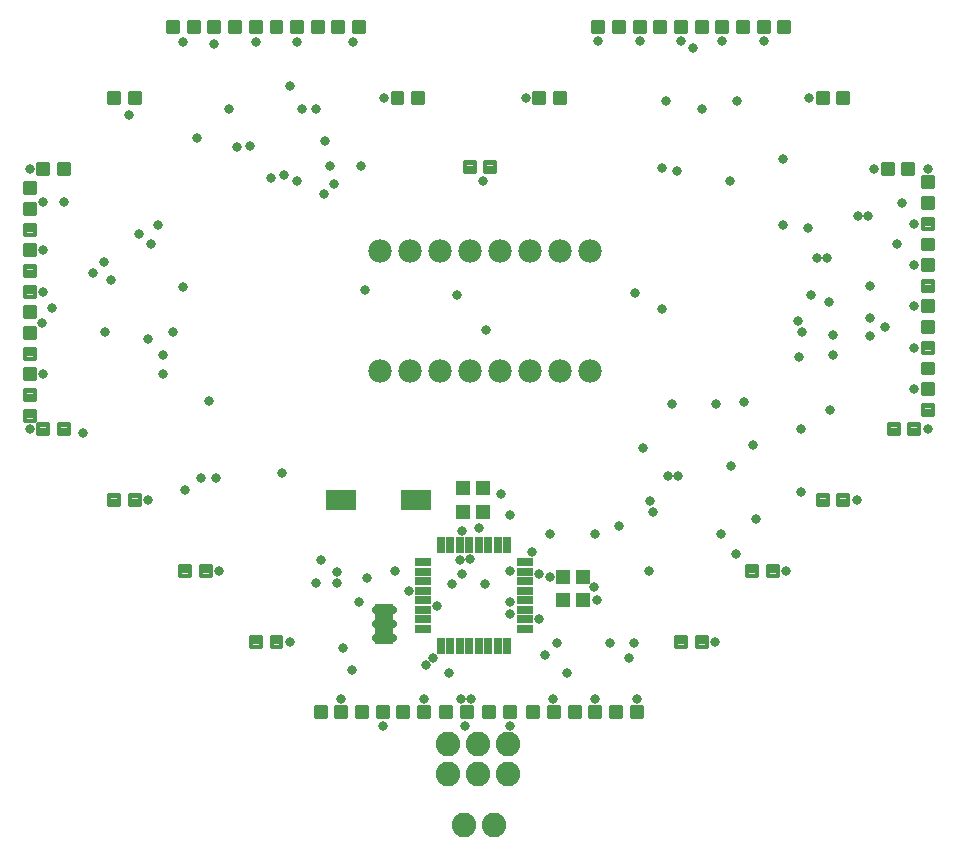
<source format=gts>
G75*
%MOIN*%
%OFA0B0*%
%FSLAX25Y25*%
%IPPOS*%
%LPD*%
%AMOC8*
5,1,8,0,0,1.08239X$1,22.5*
%
%ADD10C,0.01421*%
%ADD11C,0.02572*%
%ADD12R,0.06040X0.13760*%
%ADD13R,0.05131X0.04737*%
%ADD14R,0.05800X0.03000*%
%ADD15R,0.03000X0.05800*%
%ADD16C,0.08200*%
%ADD17R,0.09855X0.07099*%
%ADD18C,0.07800*%
%ADD19C,0.03200*%
D10*
X0084445Y0074147D02*
X0084445Y0077463D01*
X0084445Y0074147D02*
X0081129Y0074147D01*
X0081129Y0077463D01*
X0084445Y0077463D01*
X0084445Y0075567D02*
X0081129Y0075567D01*
X0081129Y0076987D02*
X0084445Y0076987D01*
X0091351Y0077463D02*
X0091351Y0074147D01*
X0088035Y0074147D01*
X0088035Y0077463D01*
X0091351Y0077463D01*
X0091351Y0075567D02*
X0088035Y0075567D01*
X0088035Y0076987D02*
X0091351Y0076987D01*
X0106099Y0053841D02*
X0106099Y0050525D01*
X0102783Y0050525D01*
X0102783Y0053841D01*
X0106099Y0053841D01*
X0106099Y0051945D02*
X0102783Y0051945D01*
X0102783Y0053365D02*
X0106099Y0053365D01*
X0113004Y0053841D02*
X0113004Y0050525D01*
X0109688Y0050525D01*
X0109688Y0053841D01*
X0113004Y0053841D01*
X0113004Y0051945D02*
X0109688Y0051945D01*
X0109688Y0053365D02*
X0113004Y0053365D01*
X0119878Y0053841D02*
X0119878Y0050525D01*
X0116562Y0050525D01*
X0116562Y0053841D01*
X0119878Y0053841D01*
X0119878Y0051945D02*
X0116562Y0051945D01*
X0116562Y0053365D02*
X0119878Y0053365D01*
X0126784Y0053841D02*
X0126784Y0050525D01*
X0123468Y0050525D01*
X0123468Y0053841D01*
X0126784Y0053841D01*
X0126784Y0051945D02*
X0123468Y0051945D01*
X0123468Y0053365D02*
X0126784Y0053365D01*
X0133658Y0053841D02*
X0133658Y0050525D01*
X0130342Y0050525D01*
X0130342Y0053841D01*
X0133658Y0053841D01*
X0133658Y0051945D02*
X0130342Y0051945D01*
X0130342Y0053365D02*
X0133658Y0053365D01*
X0140564Y0053841D02*
X0140564Y0050525D01*
X0137248Y0050525D01*
X0137248Y0053841D01*
X0140564Y0053841D01*
X0140564Y0051945D02*
X0137248Y0051945D01*
X0137248Y0053365D02*
X0140564Y0053365D01*
X0147792Y0053841D02*
X0147792Y0050525D01*
X0144476Y0050525D01*
X0144476Y0053841D01*
X0147792Y0053841D01*
X0147792Y0051945D02*
X0144476Y0051945D01*
X0144476Y0053365D02*
X0147792Y0053365D01*
X0154697Y0053841D02*
X0154697Y0050525D01*
X0151381Y0050525D01*
X0151381Y0053841D01*
X0154697Y0053841D01*
X0154697Y0051945D02*
X0151381Y0051945D01*
X0151381Y0053365D02*
X0154697Y0053365D01*
X0162162Y0053841D02*
X0162162Y0050525D01*
X0158846Y0050525D01*
X0158846Y0053841D01*
X0162162Y0053841D01*
X0162162Y0051945D02*
X0158846Y0051945D01*
X0158846Y0053365D02*
X0162162Y0053365D01*
X0169067Y0053841D02*
X0169067Y0050525D01*
X0165751Y0050525D01*
X0165751Y0053841D01*
X0169067Y0053841D01*
X0169067Y0051945D02*
X0165751Y0051945D01*
X0165751Y0053365D02*
X0169067Y0053365D01*
X0176965Y0053841D02*
X0176965Y0050525D01*
X0173649Y0050525D01*
X0173649Y0053841D01*
X0176965Y0053841D01*
X0176965Y0051945D02*
X0173649Y0051945D01*
X0173649Y0053365D02*
X0176965Y0053365D01*
X0183871Y0053841D02*
X0183871Y0050525D01*
X0180555Y0050525D01*
X0180555Y0053841D01*
X0183871Y0053841D01*
X0183871Y0051945D02*
X0180555Y0051945D01*
X0180555Y0053365D02*
X0183871Y0053365D01*
X0190745Y0053841D02*
X0190745Y0050525D01*
X0187429Y0050525D01*
X0187429Y0053841D01*
X0190745Y0053841D01*
X0190745Y0051945D02*
X0187429Y0051945D01*
X0187429Y0053365D02*
X0190745Y0053365D01*
X0197650Y0053841D02*
X0197650Y0050525D01*
X0194334Y0050525D01*
X0194334Y0053841D01*
X0197650Y0053841D01*
X0197650Y0051945D02*
X0194334Y0051945D01*
X0194334Y0053365D02*
X0197650Y0053365D01*
X0204524Y0053841D02*
X0204524Y0050525D01*
X0201208Y0050525D01*
X0201208Y0053841D01*
X0204524Y0053841D01*
X0204524Y0051945D02*
X0201208Y0051945D01*
X0201208Y0053365D02*
X0204524Y0053365D01*
X0211430Y0053841D02*
X0211430Y0050525D01*
X0208114Y0050525D01*
X0208114Y0053841D01*
X0211430Y0053841D01*
X0211430Y0051945D02*
X0208114Y0051945D01*
X0208114Y0053365D02*
X0211430Y0053365D01*
X0226178Y0074147D02*
X0226178Y0077463D01*
X0226178Y0074147D02*
X0222862Y0074147D01*
X0222862Y0077463D01*
X0226178Y0077463D01*
X0226178Y0075567D02*
X0222862Y0075567D01*
X0222862Y0076987D02*
X0226178Y0076987D01*
X0233083Y0077463D02*
X0233083Y0074147D01*
X0229767Y0074147D01*
X0229767Y0077463D01*
X0233083Y0077463D01*
X0233083Y0075567D02*
X0229767Y0075567D01*
X0229767Y0076987D02*
X0233083Y0076987D01*
X0249800Y0097769D02*
X0249800Y0101085D01*
X0249800Y0097769D02*
X0246484Y0097769D01*
X0246484Y0101085D01*
X0249800Y0101085D01*
X0249800Y0099189D02*
X0246484Y0099189D01*
X0246484Y0100609D02*
X0249800Y0100609D01*
X0256705Y0101085D02*
X0256705Y0097769D01*
X0253389Y0097769D01*
X0253389Y0101085D01*
X0256705Y0101085D01*
X0256705Y0099189D02*
X0253389Y0099189D01*
X0253389Y0100609D02*
X0256705Y0100609D01*
X0273422Y0121391D02*
X0273422Y0124707D01*
X0273422Y0121391D02*
X0270106Y0121391D01*
X0270106Y0124707D01*
X0273422Y0124707D01*
X0273422Y0122811D02*
X0270106Y0122811D01*
X0270106Y0124231D02*
X0273422Y0124231D01*
X0280327Y0124707D02*
X0280327Y0121391D01*
X0277011Y0121391D01*
X0277011Y0124707D01*
X0280327Y0124707D01*
X0280327Y0122811D02*
X0277011Y0122811D01*
X0277011Y0124231D02*
X0280327Y0124231D01*
X0297044Y0145013D02*
X0297044Y0148329D01*
X0297044Y0145013D02*
X0293728Y0145013D01*
X0293728Y0148329D01*
X0297044Y0148329D01*
X0297044Y0146433D02*
X0293728Y0146433D01*
X0293728Y0147853D02*
X0297044Y0147853D01*
X0303949Y0148329D02*
X0303949Y0145013D01*
X0300633Y0145013D01*
X0300633Y0148329D01*
X0303949Y0148329D01*
X0303949Y0146433D02*
X0300633Y0146433D01*
X0300633Y0147853D02*
X0303949Y0147853D01*
X0305055Y0154719D02*
X0308371Y0154719D01*
X0308371Y0151403D01*
X0305055Y0151403D01*
X0305055Y0154719D01*
X0305055Y0152823D02*
X0308371Y0152823D01*
X0308371Y0154243D02*
X0305055Y0154243D01*
X0305055Y0161625D02*
X0308371Y0161625D01*
X0308371Y0158309D01*
X0305055Y0158309D01*
X0305055Y0161625D01*
X0305055Y0159729D02*
X0308371Y0159729D01*
X0308371Y0161149D02*
X0305055Y0161149D01*
X0305055Y0168499D02*
X0308371Y0168499D01*
X0308371Y0165183D01*
X0305055Y0165183D01*
X0305055Y0168499D01*
X0305055Y0166603D02*
X0308371Y0166603D01*
X0308371Y0168023D02*
X0305055Y0168023D01*
X0305055Y0175404D02*
X0308371Y0175404D01*
X0308371Y0172088D01*
X0305055Y0172088D01*
X0305055Y0175404D01*
X0305055Y0173508D02*
X0308371Y0173508D01*
X0308371Y0174928D02*
X0305055Y0174928D01*
X0305055Y0182278D02*
X0308371Y0182278D01*
X0308371Y0178962D01*
X0305055Y0178962D01*
X0305055Y0182278D01*
X0305055Y0180382D02*
X0308371Y0180382D01*
X0308371Y0181802D02*
X0305055Y0181802D01*
X0305055Y0189184D02*
X0308371Y0189184D01*
X0308371Y0185868D01*
X0305055Y0185868D01*
X0305055Y0189184D01*
X0305055Y0187288D02*
X0308371Y0187288D01*
X0308371Y0188708D02*
X0305055Y0188708D01*
X0305055Y0196058D02*
X0308371Y0196058D01*
X0308371Y0192742D01*
X0305055Y0192742D01*
X0305055Y0196058D01*
X0305055Y0194162D02*
X0308371Y0194162D01*
X0308371Y0195582D02*
X0305055Y0195582D01*
X0305055Y0202963D02*
X0308371Y0202963D01*
X0308371Y0199647D01*
X0305055Y0199647D01*
X0305055Y0202963D01*
X0305055Y0201067D02*
X0308371Y0201067D01*
X0308371Y0202487D02*
X0305055Y0202487D01*
X0305055Y0209837D02*
X0308371Y0209837D01*
X0308371Y0206521D01*
X0305055Y0206521D01*
X0305055Y0209837D01*
X0305055Y0207941D02*
X0308371Y0207941D01*
X0308371Y0209361D02*
X0305055Y0209361D01*
X0305055Y0216743D02*
X0308371Y0216743D01*
X0308371Y0213427D01*
X0305055Y0213427D01*
X0305055Y0216743D01*
X0305055Y0214847D02*
X0308371Y0214847D01*
X0308371Y0216267D02*
X0305055Y0216267D01*
X0305055Y0223617D02*
X0308371Y0223617D01*
X0308371Y0220301D01*
X0305055Y0220301D01*
X0305055Y0223617D01*
X0305055Y0221721D02*
X0308371Y0221721D01*
X0308371Y0223141D02*
X0305055Y0223141D01*
X0305055Y0230522D02*
X0308371Y0230522D01*
X0308371Y0227206D01*
X0305055Y0227206D01*
X0305055Y0230522D01*
X0305055Y0228626D02*
X0308371Y0228626D01*
X0308371Y0230046D02*
X0305055Y0230046D01*
X0298665Y0231627D02*
X0298665Y0234943D01*
X0301981Y0234943D01*
X0301981Y0231627D01*
X0298665Y0231627D01*
X0298665Y0233047D02*
X0301981Y0233047D01*
X0301981Y0234467D02*
X0298665Y0234467D01*
X0291759Y0234943D02*
X0291759Y0231627D01*
X0291759Y0234943D02*
X0295075Y0234943D01*
X0295075Y0231627D01*
X0291759Y0231627D01*
X0291759Y0233047D02*
X0295075Y0233047D01*
X0295075Y0234467D02*
X0291759Y0234467D01*
X0277011Y0255249D02*
X0277011Y0258565D01*
X0280327Y0258565D01*
X0280327Y0255249D01*
X0277011Y0255249D01*
X0277011Y0256669D02*
X0280327Y0256669D01*
X0280327Y0258089D02*
X0277011Y0258089D01*
X0270106Y0258565D02*
X0270106Y0255249D01*
X0270106Y0258565D02*
X0273422Y0258565D01*
X0273422Y0255249D01*
X0270106Y0255249D01*
X0270106Y0256669D02*
X0273422Y0256669D01*
X0273422Y0258089D02*
X0270106Y0258089D01*
X0257326Y0278872D02*
X0257326Y0282188D01*
X0260642Y0282188D01*
X0260642Y0278872D01*
X0257326Y0278872D01*
X0257326Y0280292D02*
X0260642Y0280292D01*
X0260642Y0281712D02*
X0257326Y0281712D01*
X0250421Y0282188D02*
X0250421Y0278872D01*
X0250421Y0282188D02*
X0253737Y0282188D01*
X0253737Y0278872D01*
X0250421Y0278872D01*
X0250421Y0280292D02*
X0253737Y0280292D01*
X0253737Y0281712D02*
X0250421Y0281712D01*
X0243547Y0282188D02*
X0243547Y0278872D01*
X0243547Y0282188D02*
X0246863Y0282188D01*
X0246863Y0278872D01*
X0243547Y0278872D01*
X0243547Y0280292D02*
X0246863Y0280292D01*
X0246863Y0281712D02*
X0243547Y0281712D01*
X0236641Y0282188D02*
X0236641Y0278872D01*
X0236641Y0282188D02*
X0239957Y0282188D01*
X0239957Y0278872D01*
X0236641Y0278872D01*
X0236641Y0280292D02*
X0239957Y0280292D01*
X0239957Y0281712D02*
X0236641Y0281712D01*
X0229767Y0282188D02*
X0229767Y0278872D01*
X0229767Y0282188D02*
X0233083Y0282188D01*
X0233083Y0278872D01*
X0229767Y0278872D01*
X0229767Y0280292D02*
X0233083Y0280292D01*
X0233083Y0281712D02*
X0229767Y0281712D01*
X0222862Y0282188D02*
X0222862Y0278872D01*
X0222862Y0282188D02*
X0226178Y0282188D01*
X0226178Y0278872D01*
X0222862Y0278872D01*
X0222862Y0280292D02*
X0226178Y0280292D01*
X0226178Y0281712D02*
X0222862Y0281712D01*
X0215988Y0282188D02*
X0215988Y0278872D01*
X0215988Y0282188D02*
X0219304Y0282188D01*
X0219304Y0278872D01*
X0215988Y0278872D01*
X0215988Y0280292D02*
X0219304Y0280292D01*
X0219304Y0281712D02*
X0215988Y0281712D01*
X0209082Y0282188D02*
X0209082Y0278872D01*
X0209082Y0282188D02*
X0212398Y0282188D01*
X0212398Y0278872D01*
X0209082Y0278872D01*
X0209082Y0280292D02*
X0212398Y0280292D01*
X0212398Y0281712D02*
X0209082Y0281712D01*
X0202208Y0282188D02*
X0202208Y0278872D01*
X0202208Y0282188D02*
X0205524Y0282188D01*
X0205524Y0278872D01*
X0202208Y0278872D01*
X0202208Y0280292D02*
X0205524Y0280292D01*
X0205524Y0281712D02*
X0202208Y0281712D01*
X0195303Y0282188D02*
X0195303Y0278872D01*
X0195303Y0282188D02*
X0198619Y0282188D01*
X0198619Y0278872D01*
X0195303Y0278872D01*
X0195303Y0280292D02*
X0198619Y0280292D01*
X0198619Y0281712D02*
X0195303Y0281712D01*
X0182523Y0258565D02*
X0182523Y0255249D01*
X0182523Y0258565D02*
X0185839Y0258565D01*
X0185839Y0255249D01*
X0182523Y0255249D01*
X0182523Y0256669D02*
X0185839Y0256669D01*
X0185839Y0258089D02*
X0182523Y0258089D01*
X0175618Y0258565D02*
X0175618Y0255249D01*
X0175618Y0258565D02*
X0178934Y0258565D01*
X0178934Y0255249D01*
X0175618Y0255249D01*
X0175618Y0256669D02*
X0178934Y0256669D01*
X0178934Y0258089D02*
X0175618Y0258089D01*
X0159295Y0235731D02*
X0159295Y0232415D01*
X0159295Y0235731D02*
X0162611Y0235731D01*
X0162611Y0232415D01*
X0159295Y0232415D01*
X0159295Y0233835D02*
X0162611Y0233835D01*
X0162611Y0235255D02*
X0159295Y0235255D01*
X0152389Y0235731D02*
X0152389Y0232415D01*
X0152389Y0235731D02*
X0155705Y0235731D01*
X0155705Y0232415D01*
X0152389Y0232415D01*
X0152389Y0233835D02*
X0155705Y0233835D01*
X0155705Y0235255D02*
X0152389Y0235255D01*
X0135279Y0255249D02*
X0135279Y0258565D01*
X0138595Y0258565D01*
X0138595Y0255249D01*
X0135279Y0255249D01*
X0135279Y0256669D02*
X0138595Y0256669D01*
X0138595Y0258089D02*
X0135279Y0258089D01*
X0128373Y0258565D02*
X0128373Y0255249D01*
X0128373Y0258565D02*
X0131689Y0258565D01*
X0131689Y0255249D01*
X0128373Y0255249D01*
X0128373Y0256669D02*
X0131689Y0256669D01*
X0131689Y0258089D02*
X0128373Y0258089D01*
X0115594Y0278872D02*
X0115594Y0282188D01*
X0118910Y0282188D01*
X0118910Y0278872D01*
X0115594Y0278872D01*
X0115594Y0280292D02*
X0118910Y0280292D01*
X0118910Y0281712D02*
X0115594Y0281712D01*
X0108688Y0282188D02*
X0108688Y0278872D01*
X0108688Y0282188D02*
X0112004Y0282188D01*
X0112004Y0278872D01*
X0108688Y0278872D01*
X0108688Y0280292D02*
X0112004Y0280292D01*
X0112004Y0281712D02*
X0108688Y0281712D01*
X0101814Y0282188D02*
X0101814Y0278872D01*
X0101814Y0282188D02*
X0105130Y0282188D01*
X0105130Y0278872D01*
X0101814Y0278872D01*
X0101814Y0280292D02*
X0105130Y0280292D01*
X0105130Y0281712D02*
X0101814Y0281712D01*
X0094909Y0282188D02*
X0094909Y0278872D01*
X0094909Y0282188D02*
X0098225Y0282188D01*
X0098225Y0278872D01*
X0094909Y0278872D01*
X0094909Y0280292D02*
X0098225Y0280292D01*
X0098225Y0281712D02*
X0094909Y0281712D01*
X0088035Y0282188D02*
X0088035Y0278872D01*
X0088035Y0282188D02*
X0091351Y0282188D01*
X0091351Y0278872D01*
X0088035Y0278872D01*
X0088035Y0280292D02*
X0091351Y0280292D01*
X0091351Y0281712D02*
X0088035Y0281712D01*
X0081129Y0282188D02*
X0081129Y0278872D01*
X0081129Y0282188D02*
X0084445Y0282188D01*
X0084445Y0278872D01*
X0081129Y0278872D01*
X0081129Y0280292D02*
X0084445Y0280292D01*
X0084445Y0281712D02*
X0081129Y0281712D01*
X0074255Y0282188D02*
X0074255Y0278872D01*
X0074255Y0282188D02*
X0077571Y0282188D01*
X0077571Y0278872D01*
X0074255Y0278872D01*
X0074255Y0280292D02*
X0077571Y0280292D01*
X0077571Y0281712D02*
X0074255Y0281712D01*
X0067350Y0282188D02*
X0067350Y0278872D01*
X0067350Y0282188D02*
X0070666Y0282188D01*
X0070666Y0278872D01*
X0067350Y0278872D01*
X0067350Y0280292D02*
X0070666Y0280292D01*
X0070666Y0281712D02*
X0067350Y0281712D01*
X0060476Y0282188D02*
X0060476Y0278872D01*
X0060476Y0282188D02*
X0063792Y0282188D01*
X0063792Y0278872D01*
X0060476Y0278872D01*
X0060476Y0280292D02*
X0063792Y0280292D01*
X0063792Y0281712D02*
X0060476Y0281712D01*
X0053570Y0282188D02*
X0053570Y0278872D01*
X0053570Y0282188D02*
X0056886Y0282188D01*
X0056886Y0278872D01*
X0053570Y0278872D01*
X0053570Y0280292D02*
X0056886Y0280292D01*
X0056886Y0281712D02*
X0053570Y0281712D01*
X0040791Y0258565D02*
X0040791Y0255249D01*
X0040791Y0258565D02*
X0044107Y0258565D01*
X0044107Y0255249D01*
X0040791Y0255249D01*
X0040791Y0256669D02*
X0044107Y0256669D01*
X0044107Y0258089D02*
X0040791Y0258089D01*
X0033885Y0258565D02*
X0033885Y0255249D01*
X0033885Y0258565D02*
X0037201Y0258565D01*
X0037201Y0255249D01*
X0033885Y0255249D01*
X0033885Y0256669D02*
X0037201Y0256669D01*
X0037201Y0258089D02*
X0033885Y0258089D01*
X0017169Y0234943D02*
X0017169Y0231627D01*
X0017169Y0234943D02*
X0020485Y0234943D01*
X0020485Y0231627D01*
X0017169Y0231627D01*
X0017169Y0233047D02*
X0020485Y0233047D01*
X0020485Y0234467D02*
X0017169Y0234467D01*
X0010263Y0234943D02*
X0010263Y0231627D01*
X0010263Y0234943D02*
X0013579Y0234943D01*
X0013579Y0231627D01*
X0010263Y0231627D01*
X0010263Y0233047D02*
X0013579Y0233047D01*
X0013579Y0234467D02*
X0010263Y0234467D01*
X0009158Y0225238D02*
X0005842Y0225238D01*
X0005842Y0228554D01*
X0009158Y0228554D01*
X0009158Y0225238D01*
X0009158Y0226658D02*
X0005842Y0226658D01*
X0005842Y0228078D02*
X0009158Y0228078D01*
X0009158Y0218332D02*
X0005842Y0218332D01*
X0005842Y0221648D01*
X0009158Y0221648D01*
X0009158Y0218332D01*
X0009158Y0219752D02*
X0005842Y0219752D01*
X0005842Y0221172D02*
X0009158Y0221172D01*
X0009158Y0211458D02*
X0005842Y0211458D01*
X0005842Y0214774D01*
X0009158Y0214774D01*
X0009158Y0211458D01*
X0009158Y0212878D02*
X0005842Y0212878D01*
X0005842Y0214298D02*
X0009158Y0214298D01*
X0009158Y0204553D02*
X0005842Y0204553D01*
X0005842Y0207869D01*
X0009158Y0207869D01*
X0009158Y0204553D01*
X0009158Y0205973D02*
X0005842Y0205973D01*
X0005842Y0207393D02*
X0009158Y0207393D01*
X0009158Y0197679D02*
X0005842Y0197679D01*
X0005842Y0200995D01*
X0009158Y0200995D01*
X0009158Y0197679D01*
X0009158Y0199099D02*
X0005842Y0199099D01*
X0005842Y0200519D02*
X0009158Y0200519D01*
X0009158Y0190773D02*
X0005842Y0190773D01*
X0005842Y0194089D01*
X0009158Y0194089D01*
X0009158Y0190773D01*
X0009158Y0192193D02*
X0005842Y0192193D01*
X0005842Y0193613D02*
X0009158Y0193613D01*
X0009158Y0183899D02*
X0005842Y0183899D01*
X0005842Y0187215D01*
X0009158Y0187215D01*
X0009158Y0183899D01*
X0009158Y0185319D02*
X0005842Y0185319D01*
X0005842Y0186739D02*
X0009158Y0186739D01*
X0009158Y0176994D02*
X0005842Y0176994D01*
X0005842Y0180310D01*
X0009158Y0180310D01*
X0009158Y0176994D01*
X0009158Y0178414D02*
X0005842Y0178414D01*
X0005842Y0179834D02*
X0009158Y0179834D01*
X0009158Y0170120D02*
X0005842Y0170120D01*
X0005842Y0173436D01*
X0009158Y0173436D01*
X0009158Y0170120D01*
X0009158Y0171540D02*
X0005842Y0171540D01*
X0005842Y0172960D02*
X0009158Y0172960D01*
X0009158Y0163214D02*
X0005842Y0163214D01*
X0005842Y0166530D01*
X0009158Y0166530D01*
X0009158Y0163214D01*
X0009158Y0164634D02*
X0005842Y0164634D01*
X0005842Y0166054D02*
X0009158Y0166054D01*
X0009158Y0156340D02*
X0005842Y0156340D01*
X0005842Y0159656D01*
X0009158Y0159656D01*
X0009158Y0156340D01*
X0009158Y0157760D02*
X0005842Y0157760D01*
X0005842Y0159180D02*
X0009158Y0159180D01*
X0009158Y0149435D02*
X0005842Y0149435D01*
X0005842Y0152751D01*
X0009158Y0152751D01*
X0009158Y0149435D01*
X0009158Y0150855D02*
X0005842Y0150855D01*
X0005842Y0152275D02*
X0009158Y0152275D01*
X0013579Y0148329D02*
X0013579Y0145013D01*
X0010263Y0145013D01*
X0010263Y0148329D01*
X0013579Y0148329D01*
X0013579Y0146433D02*
X0010263Y0146433D01*
X0010263Y0147853D02*
X0013579Y0147853D01*
X0020485Y0148329D02*
X0020485Y0145013D01*
X0017169Y0145013D01*
X0017169Y0148329D01*
X0020485Y0148329D01*
X0020485Y0146433D02*
X0017169Y0146433D01*
X0017169Y0147853D02*
X0020485Y0147853D01*
X0037201Y0124707D02*
X0037201Y0121391D01*
X0033885Y0121391D01*
X0033885Y0124707D01*
X0037201Y0124707D01*
X0037201Y0122811D02*
X0033885Y0122811D01*
X0033885Y0124231D02*
X0037201Y0124231D01*
X0044107Y0124707D02*
X0044107Y0121391D01*
X0040791Y0121391D01*
X0040791Y0124707D01*
X0044107Y0124707D01*
X0044107Y0122811D02*
X0040791Y0122811D01*
X0040791Y0124231D02*
X0044107Y0124231D01*
X0060823Y0101085D02*
X0060823Y0097769D01*
X0057507Y0097769D01*
X0057507Y0101085D01*
X0060823Y0101085D01*
X0060823Y0099189D02*
X0057507Y0099189D01*
X0057507Y0100609D02*
X0060823Y0100609D01*
X0067729Y0101085D02*
X0067729Y0097769D01*
X0064413Y0097769D01*
X0064413Y0101085D01*
X0067729Y0101085D01*
X0067729Y0099189D02*
X0064413Y0099189D01*
X0064413Y0100609D02*
X0067729Y0100609D01*
D11*
X0122746Y0086435D02*
X0128474Y0086435D01*
X0128474Y0081711D02*
X0122746Y0081711D01*
X0122746Y0076986D02*
X0128474Y0076986D01*
D12*
X0125600Y0081721D03*
D13*
X0151791Y0119112D03*
X0158484Y0119112D03*
X0158484Y0126986D03*
X0151791Y0126986D03*
X0185256Y0097459D03*
X0185256Y0089585D03*
X0191949Y0089585D03*
X0191949Y0097459D03*
D14*
X0172431Y0099033D03*
X0172431Y0095884D03*
X0172431Y0092734D03*
X0172431Y0089585D03*
X0172431Y0086435D03*
X0172431Y0083285D03*
X0172431Y0080136D03*
X0172431Y0102183D03*
X0138631Y0102183D03*
X0138631Y0099033D03*
X0138631Y0095884D03*
X0138631Y0092734D03*
X0138631Y0089585D03*
X0138631Y0086435D03*
X0138631Y0083285D03*
X0138631Y0080136D03*
D15*
X0144508Y0074259D03*
X0147657Y0074259D03*
X0150807Y0074259D03*
X0153957Y0074259D03*
X0157106Y0074259D03*
X0160256Y0074259D03*
X0163406Y0074259D03*
X0166555Y0074259D03*
X0166555Y0108059D03*
X0163406Y0108059D03*
X0160256Y0108059D03*
X0157106Y0108059D03*
X0153957Y0108059D03*
X0150807Y0108059D03*
X0147657Y0108059D03*
X0144508Y0108059D03*
D16*
X0146949Y0041553D03*
X0156949Y0041553D03*
X0166949Y0041553D03*
X0166949Y0031553D03*
X0156949Y0031553D03*
X0146949Y0031553D03*
X0152264Y0014585D03*
X0162264Y0014585D03*
D17*
X0136043Y0123049D03*
X0111240Y0123049D03*
D18*
X0124075Y0166041D03*
X0134075Y0166041D03*
X0144075Y0166041D03*
X0154075Y0166041D03*
X0164075Y0166041D03*
X0174075Y0166041D03*
X0184075Y0166041D03*
X0194075Y0166041D03*
X0194075Y0206041D03*
X0184075Y0206041D03*
X0174075Y0206041D03*
X0164075Y0206041D03*
X0154075Y0206041D03*
X0144075Y0206041D03*
X0134075Y0206041D03*
X0124075Y0206041D03*
D19*
X0119213Y0192931D03*
X0149724Y0191455D03*
X0159567Y0179644D03*
X0209272Y0191947D03*
X0218130Y0186533D03*
X0221575Y0155037D03*
X0236339Y0155037D03*
X0245689Y0155530D03*
X0248642Y0141258D03*
X0241260Y0134368D03*
X0223543Y0130923D03*
X0220098Y0130923D03*
X0214193Y0122557D03*
X0215177Y0119112D03*
X0203858Y0114191D03*
X0195984Y0111730D03*
X0180728Y0111730D03*
X0174823Y0105825D03*
X0177283Y0098443D03*
X0180728Y0097459D03*
X0167441Y0099427D03*
X0159075Y0094998D03*
X0151693Y0098443D03*
X0150709Y0102872D03*
X0154154Y0103364D03*
X0148248Y0094998D03*
X0143327Y0087616D03*
X0133976Y0092537D03*
X0129055Y0099427D03*
X0119705Y0096967D03*
X0117244Y0089093D03*
X0109862Y0095490D03*
X0109862Y0098935D03*
X0104449Y0102872D03*
X0102972Y0095490D03*
X0094114Y0075805D03*
X0111831Y0073837D03*
X0114783Y0066455D03*
X0111339Y0056612D03*
X0125118Y0047754D03*
X0138898Y0056612D03*
X0147264Y0065470D03*
X0141850Y0070392D03*
X0139390Y0067931D03*
X0151201Y0056612D03*
X0154646Y0056612D03*
X0152677Y0047754D03*
X0167441Y0047754D03*
X0181713Y0056612D03*
X0186634Y0065470D03*
X0179252Y0071376D03*
X0183189Y0075313D03*
X0177283Y0083187D03*
X0167441Y0085156D03*
X0167441Y0089093D03*
X0157106Y0113699D03*
X0151693Y0112715D03*
X0164488Y0125018D03*
X0167441Y0118128D03*
X0195492Y0094014D03*
X0196476Y0089585D03*
X0200906Y0075313D03*
X0207303Y0070392D03*
X0208780Y0075313D03*
X0209764Y0056612D03*
X0195984Y0056612D03*
X0235846Y0075805D03*
X0213701Y0099427D03*
X0237815Y0111730D03*
X0242736Y0104841D03*
X0249626Y0116652D03*
X0264390Y0125510D03*
X0283091Y0123049D03*
X0264390Y0146671D03*
X0274232Y0153069D03*
X0275217Y0171278D03*
X0275217Y0178167D03*
X0264882Y0179152D03*
X0263406Y0182596D03*
X0267835Y0191455D03*
X0273740Y0188994D03*
X0287520Y0183581D03*
X0292441Y0180628D03*
X0287520Y0177675D03*
X0302283Y0173738D03*
X0302283Y0159959D03*
X0306713Y0146671D03*
X0263898Y0170785D03*
X0287520Y0194407D03*
X0302283Y0187518D03*
X0302283Y0201297D03*
X0296378Y0208187D03*
X0302283Y0215077D03*
X0298346Y0221967D03*
X0287028Y0217537D03*
X0283583Y0217537D03*
X0288996Y0233285D03*
X0306713Y0233285D03*
X0273248Y0203758D03*
X0269803Y0203758D03*
X0266850Y0213600D03*
X0258484Y0214585D03*
X0240768Y0229348D03*
X0223051Y0232793D03*
X0218130Y0233778D03*
X0231417Y0253463D03*
X0219606Y0255923D03*
X0228465Y0273640D03*
X0224528Y0276100D03*
X0238307Y0276100D03*
X0252087Y0276100D03*
X0267343Y0256907D03*
X0258484Y0236730D03*
X0243228Y0255923D03*
X0210748Y0276100D03*
X0196969Y0276100D03*
X0172854Y0256907D03*
X0158583Y0229348D03*
X0125610Y0256907D03*
X0115276Y0275608D03*
X0096575Y0275608D03*
X0082795Y0275608D03*
X0069016Y0275116D03*
X0058681Y0275608D03*
X0073937Y0253463D03*
X0063110Y0243620D03*
X0076398Y0240667D03*
X0080827Y0241159D03*
X0087717Y0230333D03*
X0092146Y0231317D03*
X0096575Y0229348D03*
X0105433Y0224919D03*
X0108878Y0228364D03*
X0107402Y0234270D03*
X0105925Y0242636D03*
X0102972Y0253463D03*
X0098051Y0253463D03*
X0094114Y0260844D03*
X0117736Y0234270D03*
X0058681Y0193915D03*
X0055236Y0179152D03*
X0051791Y0171278D03*
X0051791Y0164880D03*
X0046870Y0176691D03*
X0032598Y0179152D03*
X0034567Y0196376D03*
X0032106Y0202281D03*
X0028661Y0198837D03*
X0043917Y0211632D03*
X0047854Y0208187D03*
X0050315Y0214585D03*
X0018819Y0222459D03*
X0011929Y0222459D03*
X0007500Y0233285D03*
X0011929Y0206219D03*
X0011929Y0192439D03*
X0014882Y0187026D03*
X0011437Y0182104D03*
X0011929Y0164880D03*
X0007500Y0146671D03*
X0025217Y0145195D03*
X0046870Y0123049D03*
X0059173Y0126494D03*
X0064587Y0130431D03*
X0069508Y0130431D03*
X0091654Y0131907D03*
X0067047Y0156022D03*
X0070492Y0099427D03*
X0211732Y0140274D03*
X0259469Y0099427D03*
X0040472Y0251494D03*
M02*

</source>
